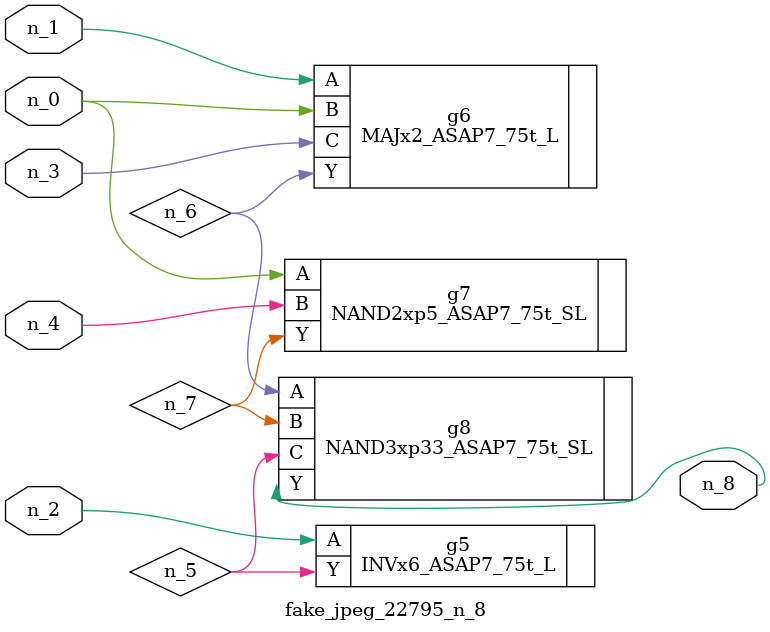
<source format=v>
module fake_jpeg_22795_n_8 (n_3, n_2, n_1, n_0, n_4, n_8);

input n_3;
input n_2;
input n_1;
input n_0;
input n_4;

output n_8;

wire n_6;
wire n_5;
wire n_7;

INVx6_ASAP7_75t_L g5 ( 
.A(n_2),
.Y(n_5)
);

MAJx2_ASAP7_75t_L g6 ( 
.A(n_1),
.B(n_0),
.C(n_3),
.Y(n_6)
);

NAND2xp5_ASAP7_75t_SL g7 ( 
.A(n_0),
.B(n_4),
.Y(n_7)
);

NAND3xp33_ASAP7_75t_SL g8 ( 
.A(n_6),
.B(n_7),
.C(n_5),
.Y(n_8)
);


endmodule
</source>
